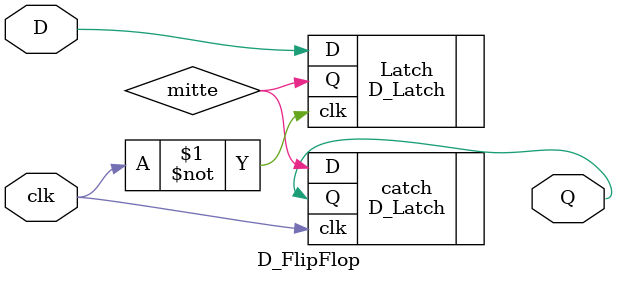
<source format=v>
`include "dlat.v"

module D_FlipFlop(input wire D, input wire clk, output wire Q);
wire mitte;

D_Latch Latch (.D(D), .clk(~clk), .Q(mitte));
D_Latch catch (.D(mitte), .clk(clk), .Q(Q));

endmodule


</source>
